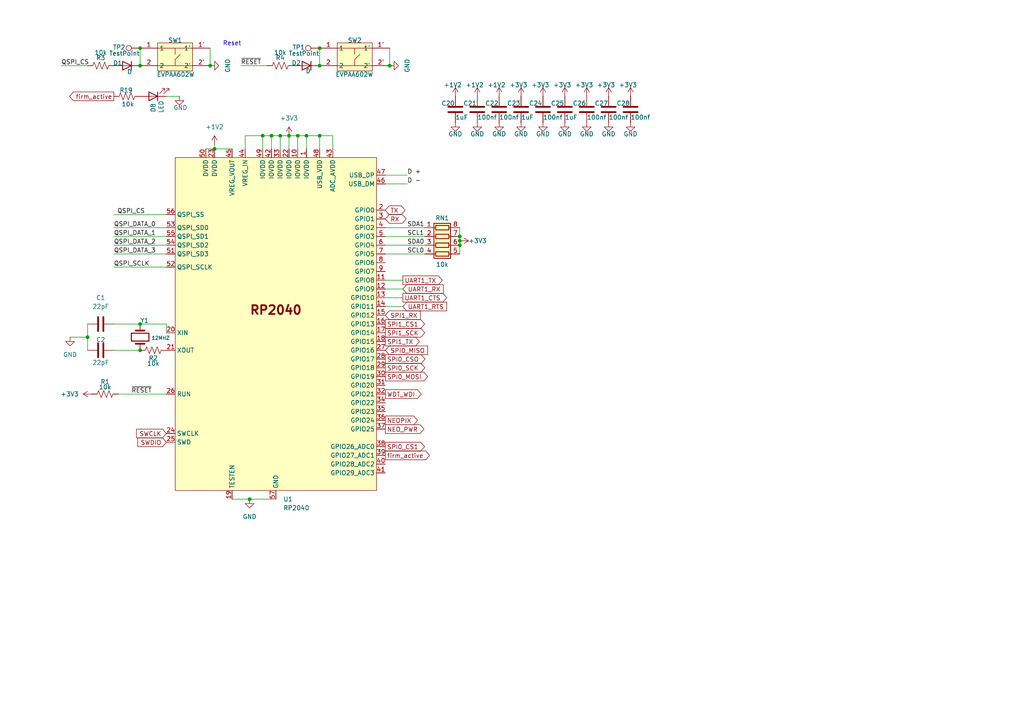
<source format=kicad_sch>
(kicad_sch (version 20250114) (generator "eeschema") (generator_version "9.0")
  (paper "A4")
  (title_block (date "2025-04-01") (rev "1") (company "Bronco Space") (comment 1 "SCALES") (comment 2 "By John Pollak"))
  (lib_symbols
    (symbol "Connector:TestPoint" (pin_numbers (hide yes)) (pin_names (offset 0.762) (hide yes))
      (property "Reference" "TP" (at 0 6.858 0))
      (property "Value" "TestPoint" (at 0 5.08 0))
      (symbol "TestPoint_0_1"
        (circle (center 0 3.302) (radius 0.762))
      )
      (symbol "TestPoint_1_1"
        (pin passive line (at 0 0 90) (length 2.54) (name "1") (number "1"))
      )
    )
    (symbol "Device:C" (pin_numbers (hide yes)) (pin_names (offset 0.254))
      (property "Reference" "C" (at 0.635 2.54 0))
      (property "Value" "C" (at 0.635 -2.54 0))
      (symbol "C_0_1"
        (polyline (pts (xy -2.032 0.762) (xy 2.032 0.762)) (stroke (width 0.508)))
        (polyline (pts (xy -2.032 -0.762) (xy 2.032 -0.762)) (stroke (width 0.508)))
      )
      (symbol "C_1_1"
        (pin passive line (at 0 3.81 270) (length 2.794) (name "~") (number "1"))
        (pin passive line (at 0 -3.81 90) (length 2.794) (name "~") (number "2"))
      )
    )
    (symbol "Device:Crystal" (pin_numbers (hide yes)) (pin_names (offset 1.016) (hide yes))
      (property "Reference" "Y" (at 0 3.81 0))
      (property "Value" "Crystal" (at 0 -3.81 0))
      (symbol "Crystal_0_1"
        (polyline (pts (xy -2.54 0) (xy -1.905 0)))
        (polyline (pts (xy -1.905 -1.27) (xy -1.905 1.27)) (stroke (width 0.508)))
        (rectangle (start -1.143 2.54) (end 1.143 -2.54) (stroke (width 0.3048)))
        (polyline (pts (xy 1.905 -1.27) (xy 1.905 1.27)) (stroke (width 0.508)))
        (polyline (pts (xy 2.54 0) (xy 1.905 0)))
      )
      (symbol "Crystal_1_1"
        (pin passive line (at -3.81 0 0) (length 1.27) (name "1") (number "1"))
        (pin passive line (at 3.81 0 180) (length 1.27) (name "2") (number "2"))
      )
    )
    (symbol "Device:D" (pin_numbers (hide yes)) (pin_names (offset 1.016) (hide yes))
      (property "Reference" "D" (at 0 2.54 0))
      (property "Value" "D" (at 0 -2.54 0))
      (symbol "D_0_1"
        (polyline (pts (xy -1.27 1.27) (xy -1.27 -1.27)) (stroke (width 0.254)))
        (polyline (pts (xy 1.27 1.27) (xy 1.27 -1.27) (xy -1.27 0) (xy 1.27 1.27)) (stroke (width 0.254)))
        (polyline (pts (xy 1.27 0) (xy -1.27 0)))
      )
      (symbol "D_1_1"
        (pin passive line (at -3.81 0 0) (length 2.54) (name "K") (number "1"))
        (pin passive line (at 3.81 0 180) (length 2.54) (name "A") (number "2"))
      )
    )
    (symbol "Device:LED" (pin_numbers (hide yes)) (pin_names (offset 1.016) (hide yes))
      (property "Reference" "D" (at 0 2.54 0))
      (property "Value" "LED" (at 0 -2.54 0))
      (symbol "LED_0_1"
        (polyline (pts (xy -3.048 -0.762) (xy -4.572 -2.286) (xy -3.81 -2.286) (xy -4.572 -2.286) (xy -4.572 -1.524)))
        (polyline (pts (xy -1.778 -0.762) (xy -3.302 -2.286) (xy -2.54 -2.286) (xy -3.302 -2.286) (xy -3.302 -1.524)))
        (polyline (pts (xy -1.27 0) (xy 1.27 0)))
        (polyline (pts (xy -1.27 -1.27) (xy -1.27 1.27)) (stroke (width 0.254)))
        (polyline (pts (xy 1.27 -1.27) (xy 1.27 1.27) (xy -1.27 0) (xy 1.27 -1.27)) (stroke (width 0.254)))
      )
      (symbol "LED_1_1"
        (pin passive line (at -3.81 0 0) (length 2.54) (name "K") (number "1"))
        (pin passive line (at 3.81 0 180) (length 2.54) (name "A") (number "2"))
      )
    )
    (symbol "Device:R_Pack04" (pin_names (offset 0) (hide yes))
      (property "Reference" "RN" (at -7.62 0 90))
      (property "Value" "R_Pack04" (at 5.08 0 90))
      (symbol "R_Pack04_0_1"
        (rectangle (start -6.35 -2.413) (end 3.81 2.413) (stroke (width 0.254)) (fill (type background)))
        (rectangle (start -5.715 1.905) (end -4.445 -1.905) (stroke (width 0.254)))
        (polyline (pts (xy -5.08 1.905) (xy -5.08 2.54)))
        (polyline (pts (xy -5.08 -2.54) (xy -5.08 -1.905)))
        (rectangle (start -3.175 1.905) (end -1.905 -1.905) (stroke (width 0.254)))
        (polyline (pts (xy -2.54 1.905) (xy -2.54 2.54)))
        (polyline (pts (xy -2.54 -2.54) (xy -2.54 -1.905)))
        (rectangle (start -0.635 1.905) (end 0.635 -1.905) (stroke (width 0.254)))
        (polyline (pts (xy 0 1.905) (xy 0 2.54)))
        (polyline (pts (xy 0 -2.54) (xy 0 -1.905)))
        (rectangle (start 1.905 1.905) (end 3.175 -1.905) (stroke (width 0.254)))
        (polyline (pts (xy 2.54 1.905) (xy 2.54 2.54)))
        (polyline (pts (xy 2.54 -2.54) (xy 2.54 -1.905)))
      )
      (symbol "R_Pack04_1_1"
        (pin passive line (at -5.08 5.08 270) (length 2.54) (name "R1.2") (number "8"))
        (pin passive line (at -5.08 -5.08 90) (length 2.54) (name "R1.1") (number "1"))
        (pin passive line (at -2.54 5.08 270) (length 2.54) (name "R2.2") (number "7"))
        (pin passive line (at -2.54 -5.08 90) (length 2.54) (name "R2.1") (number "2"))
        (pin passive line (at 0 5.08 270) (length 2.54) (name "R3.2") (number "6"))
        (pin passive line (at 0 -5.08 90) (length 2.54) (name "R3.1") (number "3"))
        (pin passive line (at 2.54 5.08 270) (length 2.54) (name "R4.2") (number "5"))
        (pin passive line (at 2.54 -5.08 90) (length 2.54) (name "R4.1") (number "4"))
      )
    )
    (symbol "Device:R_US" (pin_numbers (hide yes)) (pin_names (offset 0))
      (property "Reference" "R" (at 2.54 0 90))
      (property "Value" "R_US" (at -2.54 0 90))
      (symbol "R_US_0_1"
        (polyline (pts (xy 0 2.286) (xy 0 2.54)))
        (polyline (pts (xy 0 2.286) (xy 1.016 1.905) (xy 0 1.524) (xy -1.016 1.143) (xy 0 0.762)))
        (polyline (pts (xy 0 0.762) (xy 1.016 0.381) (xy 0 0) (xy -1.016 -0.381) (xy 0 -0.762)))
        (polyline (pts (xy 0 -0.762) (xy 1.016 -1.143) (xy 0 -1.524) (xy -1.016 -1.905) (xy 0 -2.286)))
        (polyline (pts (xy 0 -2.286) (xy 0 -2.54)))
      )
      (symbol "R_US_1_1"
        (pin passive line (at 0 3.81 270) (length 1.27) (name "~") (number "1"))
        (pin passive line (at 0 -3.81 90) (length 1.27) (name "~") (number "2"))
      )
    )
    (symbol "easyeda2kicad:EVPAA602W"
      (property "Reference" "SW" (at 0 7.62 0))
      (property "Value" "EVPAA602W" (at 0 -7.62 0))
      (symbol "EVPAA602W_0_1"
        (rectangle (start -5.08 4.06) (end 5.08 -4.06) (fill (type background)))
        (polyline (pts (xy -5.08 2.54) (xy 5.08 2.54)))
        (polyline (pts (xy -5.08 -2.54) (xy 5.08 -2.54)))
        (polyline (pts (xy 0 2.54) (xy 0 1.02) (xy 0 0.76)))
        (polyline (pts (xy 0 -2.54) (xy 0 -0.76) (xy 1.52 0.76)))
        (pin unspecified line (at -10.16 2.54 0) (length 5.08) (name "1") (number "1"))
        (pin unspecified line (at -10.16 -2.54 0) (length 5.08) (name "2") (number "2"))
        (pin unspecified line (at 10.16 2.54 180) (length 5.08) (name "1'") (number "1'"))
        (pin unspecified line (at 10.16 -2.54 180) (length 5.08) (name "2'") (number "2'"))
      )
    )
    (symbol "easyeda2kicad:RP2040"
      (property "Reference" "U1" (at 2.1433 -48.26 0))
      (property "Value" "RP2040" (at 2.1433 -50.8 0))
      (symbol "RP2040_0_1"
        (rectangle (start -29.21 50.8) (end 29.21 -45.72) (fill (type background)))
        (pin bidirectional line (at -31.75 34.29 0) (length 2.54) (name "QSPI_SS") (number "56"))
        (pin bidirectional line (at -31.75 30.48 0) (length 2.54) (name "QSPI_SD0") (number "53"))
        (pin bidirectional line (at -31.75 27.94 0) (length 2.54) (name "QSPI_SD1") (number "55"))
        (pin bidirectional line (at -31.75 25.4 0) (length 2.54) (name "QSPI_SD2") (number "54"))
        (pin bidirectional line (at -31.75 22.86 0) (length 2.54) (name "QSPI_SD3") (number "51"))
        (pin output line (at -31.75 19.05 0) (length 2.54) (name "QSPI_SCLK") (number "52"))
        (pin input line (at -31.75 0 0) (length 2.54) (name "XIN") (number "20"))
        (pin unspecified line (at -31.75 -5.08 0) (length 2.54) (name "XOUT") (number "21"))
        (pin input line (at -31.75 -17.78 0) (length 2.54) (name "RUN") (number "26"))
        (pin output line (at -31.75 -29.21 0) (length 2.54) (name "SWCLK") (number "24"))
        (pin bidirectional line (at -31.75 -31.75 0) (length 2.54) (name "SWD") (number "25"))
        (pin bidirectional line (at -20.32 53.34 270) (length 2.54) (name "DVDD") (number "50"))
        (pin bidirectional line (at -17.78 53.34 270) (length 2.54) (name "DVDD") (number "23"))
        (pin bidirectional line (at -12.7 53.34 270) (length 2.54) (name "VREG_VOUT") (number "45"))
        (pin unspecified line (at -12.7 -48.26 90) (length 2.54) (name "TESTEN") (number "19"))
        (pin bidirectional line (at -8.89 53.34 270) (length 2.54) (name "VREG_IN") (number "44"))
        (pin bidirectional line (at -3.81 53.34 270) (length 2.54) (name "IOVDD") (number "49"))
        (pin bidirectional line (at -1.27 53.34 270) (length 2.54) (name "IOVDD") (number "42"))
        (pin bidirectional line (at 0 -48.26 90) (length 2.54) (name "GND") (number "57"))
        (pin bidirectional line (at 1.27 53.34 270) (length 2.54) (name "IOVDD") (number "33"))
        (pin bidirectional line (at 3.81 53.34 270) (length 2.54) (name "IOVDD") (number "22"))
        (pin bidirectional line (at 6.35 53.34 270) (length 2.54) (name "IOVDD") (number "10"))
        (pin bidirectional line (at 8.89 53.34 270) (length 2.54) (name "IOVDD") (number "1"))
        (pin bidirectional line (at 12.7 53.34 270) (length 2.54) (name "USB_VDD") (number "48"))
        (pin bidirectional line (at 16.51 53.34 270) (length 2.54) (name "ADC_AVDD") (number "43"))
        (pin bidirectional line (at 31.75 45.72 180) (length 2.54) (name "USB_DP") (number "47"))
        (pin bidirectional line (at 31.75 43.18 180) (length 2.54) (name "USB_DM") (number "46"))
        (pin bidirectional line (at 31.75 35.56 180) (length 2.54) (name "GPIO0") (number "2"))
        (pin bidirectional line (at 31.75 33.02 180) (length 2.54) (name "GPIO1") (number "3"))
        (pin bidirectional line (at 31.75 30.48 180) (length 2.54) (name "GPIO2") (number "4"))
        (pin bidirectional line (at 31.75 27.94 180) (length 2.54) (name "GPIO3") (number "5"))
        (pin bidirectional line (at 31.75 25.4 180) (length 2.54) (name "GPIO4") (number "6"))
        (pin bidirectional line (at 31.75 22.86 180) (length 2.54) (name "GPIO5") (number "7"))
        (pin bidirectional line (at 31.75 20.32 180) (length 2.54) (name "GPIO6") (number "8"))
        (pin bidirectional line (at 31.75 17.78 180) (length 2.54) (name "GPIO7") (number "9"))
        (pin bidirectional line (at 31.75 15.24 180) (length 2.54) (name "GPIO8") (number "11"))
        (pin bidirectional line (at 31.75 12.7 180) (length 2.54) (name "GPIO9") (number "12"))
        (pin bidirectional line (at 31.75 10.16 180) (length 2.54) (name "GPIO10") (number "13"))
        (pin bidirectional line (at 31.75 7.62 180) (length 2.54) (name "GPIO11") (number "14"))
        (pin bidirectional line (at 31.75 5.08 180) (length 2.54) (name "GPIO12") (number "15"))
        (pin bidirectional line (at 31.75 2.54 180) (length 2.54) (name "GPIO13") (number "16"))
        (pin bidirectional line (at 31.75 0 180) (length 2.54) (name "GPIO14") (number "17"))
        (pin bidirectional line (at 31.75 -2.54 180) (length 2.54) (name "GPIO15") (number "18"))
        (pin bidirectional line (at 31.75 -5.08 180) (length 2.54) (name "GPIO16") (number "27"))
        (pin bidirectional line (at 31.75 -7.62 180) (length 2.54) (name "GPIO17") (number "28"))
        (pin bidirectional line (at 31.75 -10.16 180) (length 2.54) (name "GPIO18") (number "29"))
        (pin bidirectional line (at 31.75 -12.7 180) (length 2.54) (name "GPIO19") (number "30"))
        (pin bidirectional line (at 31.75 -15.24 180) (length 2.54) (name "GPIO20") (number "31"))
        (pin bidirectional line (at 31.75 -17.78 180) (length 2.54) (name "GPIO21") (number "32"))
        (pin bidirectional line (at 31.75 -20.32 180) (length 2.54) (name "GPIO22") (number "34"))
        (pin bidirectional line (at 31.75 -22.86 180) (length 2.54) (name "GPIO23") (number "35"))
        (pin bidirectional line (at 31.75 -25.4 180) (length 2.54) (name "GPIO24") (number "36"))
        (pin bidirectional line (at 31.75 -27.94 180) (length 2.54) (name "GPIO25") (number "37"))
        (pin bidirectional line (at 31.75 -33.02 180) (length 2.54) (name "GPIO26_ADC0") (number "38"))
        (pin bidirectional line (at 31.75 -35.56 180) (length 2.54) (name "GPIO27_ADC1") (number "39"))
        (pin bidirectional line (at 31.75 -38.1 180) (length 2.54) (name "GPIO28_ADC2") (number "40"))
        (pin bidirectional line (at 31.75 -40.64 180) (length 2.54) (name "GPIO29_ADC3") (number "41"))
      )
      (symbol "RP2040_1_1"
        (text "RP2040" (at 0 6.604 0) (effects (font (size 2.54 2.54) (thickness 0.508) (bold yes))))
      )
    )
    (symbol "power:+1V2" (power) (pin_numbers (hide yes)) (pin_names (offset 0) (hide yes))
      (property "Value" "+1V2" (at 0 3.556 0))
      (symbol "+1V2_0_1"
        (polyline (pts (xy -0.762 1.27) (xy 0 2.54)))
        (polyline (pts (xy 0 2.54) (xy 0.762 1.27)))
        (polyline (pts (xy 0 0) (xy 0 2.54)))
      )
      (symbol "+1V2_1_1"
        (pin power_in line (at 0 0 90) (length 0) (name "~") (number "1"))
      )
    )
    (symbol "power:+3V3" (power) (pin_numbers (hide yes)) (pin_names (offset 0) (hide yes))
      (property "Value" "+3V3" (at 0 3.556 0))
      (symbol "+3V3_0_1"
        (polyline (pts (xy -0.762 1.27) (xy 0 2.54)))
        (polyline (pts (xy 0 2.54) (xy 0.762 1.27)))
        (polyline (pts (xy 0 0) (xy 0 2.54)))
      )
      (symbol "+3V3_1_1"
        (pin power_in line (at 0 0 90) (length 0) (name "~") (number "1"))
      )
    )
    (symbol "power:GND" (power) (pin_numbers (hide yes)) (pin_names (offset 0) (hide yes))
      (property "Value" "GND" (at 0 -3.81 0))
      (symbol "GND_0_1"
        (polyline (pts (xy 0 0) (xy 0 -1.27) (xy 1.27 -1.27) (xy 0 -2.54) (xy -1.27 -1.27) (xy 0 -1.27)))
      )
      (symbol "GND_1_1"
        (pin power_in line (at 0 0 270) (length 0) (name "~") (number "1"))
      )
    )
  )
  (text "Reset" (at 67.31 12.7 0) (effects (font (size 1.27 1.27))))
  (junction (at 60.96 19.05))
  (junction (at 76.2 39.37))
  (junction (at 40.64 19.05))
  (junction (at 40.64 93.98))
  (junction (at 88.9 39.37))
  (junction (at 78.74 39.37))
  (junction (at 62.23 43.18))
  (junction (at 92.71 19.05))
  (junction (at 92.71 39.37))
  (junction (at 72.39 144.78))
  (junction (at 133.35 68.58))
  (junction (at 25.4 97.79))
  (junction (at 83.82 39.37))
  (junction (at 81.28 39.37))
  (junction (at 113.03 19.05))
  (junction (at 133.35 71.12))
  (junction (at 40.64 13.97))
  (junction (at 133.35 69.85))
  (junction (at 40.64 101.6))
  (junction (at 86.36 39.37))
  (junction (at 92.71 13.97))
  (wire (pts (xy 25.4 93.98) (xy 25.4 97.79)))
  (wire (pts (xy 78.74 39.37) (xy 78.74 43.18)))
  (wire (pts (xy 62.23 41.91) (xy 62.23 43.18)))
  (wire (pts (xy 133.35 69.85) (xy 133.35 71.12)))
  (wire (pts (xy 111.76 66.04) (xy 123.19 66.04)))
  (wire (pts (xy 48.26 96.52) (xy 48.26 93.98)))
  (wire (pts (xy 118.11 50.8) (xy 111.76 50.8)))
  (wire (pts (xy 81.28 39.37) (xy 81.28 43.18)))
  (wire (pts (xy 59.69 43.18) (xy 62.23 43.18)))
  (wire (pts (xy 116.84 86.36) (xy 111.76 86.36)))
  (wire (pts (xy 25.4 97.79) (xy 25.4 101.6)))
  (wire (pts (xy 118.11 53.34) (xy 111.76 53.34)))
  (wire (pts (xy 96.52 43.18) (xy 96.52 39.37)))
  (wire (pts (xy 133.35 66.04) (xy 133.35 68.58)))
  (wire (pts (xy 33.02 73.66) (xy 48.26 73.66)))
  (wire (pts (xy 83.82 39.37) (xy 83.82 43.18)))
  (wire (pts (xy 96.52 39.37) (xy 92.71 39.37)))
  (wire (pts (xy 81.28 39.37) (xy 83.82 39.37)))
  (wire (pts (xy 20.32 97.79) (xy 25.4 97.79)))
  (wire (pts (xy 71.12 39.37) (xy 76.2 39.37)))
  (wire (pts (xy 62.23 43.18) (xy 67.31 43.18)))
  (wire (pts (xy 33.02 68.58) (xy 48.26 68.58)))
  (wire (pts (xy 92.71 43.18) (xy 92.71 39.37)))
  (wire (pts (xy 40.64 19.05) (xy 40.64 13.97)))
  (wire (pts (xy 33.02 71.12) (xy 48.26 71.12)))
  (wire (pts (xy 88.9 39.37) (xy 86.36 39.37)))
  (wire (pts (xy 116.84 88.9) (xy 111.76 88.9)))
  (wire (pts (xy 92.71 39.37) (xy 88.9 39.37)))
  (wire (pts (xy 33.02 66.04) (xy 48.26 66.04)))
  (wire (pts (xy 72.39 144.78) (xy 80.01 144.78)))
  (wire (pts (xy 111.76 71.12) (xy 123.19 71.12)))
  (wire (pts (xy 78.74 39.37) (xy 81.28 39.37)))
  (wire (pts (xy 33.02 77.47) (xy 48.26 77.47)))
  (wire (pts (xy 34.29 114.3) (xy 48.26 114.3)))
  (wire (pts (xy 111.76 68.58) (xy 123.19 68.58)))
  (wire (pts (xy 60.96 19.05) (xy 60.96 13.97)))
  (wire (pts (xy 71.12 43.18) (xy 71.12 39.37)))
  (wire (pts (xy 133.35 71.12) (xy 133.35 73.66)))
  (wire (pts (xy 133.35 68.58) (xy 133.35 69.85)))
  (wire (pts (xy 76.2 39.37) (xy 78.74 39.37)))
  (wire (pts (xy 86.36 39.37) (xy 83.82 39.37)))
  (wire (pts (xy 76.2 39.37) (xy 76.2 43.18)))
  (wire (pts (xy 17.78 19.05) (xy 25.4 19.05)))
  (wire (pts (xy 33.02 62.23) (xy 48.26 62.23)))
  (wire (pts (xy 52.07 27.94) (xy 48.26 27.94)))
  (wire (pts (xy 33.02 101.6) (xy 40.64 101.6)))
  (wire (pts (xy 116.84 83.82) (xy 111.76 83.82)))
  (wire (pts (xy 111.76 73.66) (xy 123.19 73.66)))
  (wire (pts (xy 116.84 81.28) (xy 111.76 81.28)))
  (wire (pts (xy 86.36 43.18) (xy 86.36 39.37)))
  (wire (pts (xy 92.71 19.05) (xy 92.71 13.97)))
  (wire (pts (xy 48.26 93.98) (xy 40.64 93.98)))
  (wire (pts (xy 67.31 144.78) (xy 72.39 144.78)))
  (wire (pts (xy 113.03 19.05) (xy 113.03 13.97)))
  (wire (pts (xy 69.85 19.05) (xy 77.47 19.05)))
  (wire (pts (xy 33.02 93.98) (xy 40.64 93.98)))
  (wire (pts (xy 88.9 43.18) (xy 88.9 39.37)))
  (label "QSPI_DATA_0" (at 33.02 66.04 0))
  (label "SDA0" (at 118.11 71.12 0))
  (label "QSPI_DATA_3" (at 33.02 73.66 0))
  (label "D -" (at 118.11 53.34 0))
  (label "~{RESET}" (at 69.85 19.05 0))
  (label "QSPI_CS" (at 17.78 19.05 0))
  (label "QSPI_DATA_1" (at 33.02 68.58 0))
  (label "SCL1" (at 118.11 68.58 0))
  (label " QSPI_CS" (at 33.02 62.23 0))
  (label "D +" (at 118.11 50.8 0))
  (label "~{RESET}" (at 38.1 114.3 0))
  (label "SDA1" (at 118.11 66.04 0))
  (label "QSPI_SCLK" (at 33.02 77.47 0))
  (label "QSPI_DATA_2" (at 33.02 71.12 0))
  (label "SCL0" (at 118.11 73.66 0))
  (global_label "SPI0_MOSI" (shape output) (at 111.76 109.22 0) (property "Intersheetrefs" "${INTERSHEET_REFS}" (effects (hide yes))))
  (global_label "SPI0_MISO" (shape input) (at 111.76 101.6 0) (property "Intersheetrefs" "${INTERSHEET_REFS}" (effects (hide yes))))
  (global_label "SPI1_TX" (shape output) (at 111.76 99.06 0) (property "Intersheetrefs" "${INTERSHEET_REFS}" (effects (hide yes))))
  (global_label "SPI1_RX" (shape input) (at 111.76 91.44 0) (property "Intersheetrefs" "${INTERSHEET_REFS}" (effects (hide yes))))
  (global_label "SWCLK" (shape input) (at 48.26 125.73 180) (property "Intersheetrefs" "${INTERSHEET_REFS}" (effects (hide yes))))
  (global_label "firm_active" (shape output) (at 33.02 27.94 180) (property "Intersheetrefs" "${INTERSHEET_REFS}" (effects (hide yes))))
  (global_label "UART1_RX" (shape input) (at 116.84 83.82 0) (property "Intersheetrefs" "${INTERSHEET_REFS}" (effects (hide yes))))
  (global_label "TX" (shape bidirectional) (at 111.76 60.96 0) (property "Intersheetrefs" "${INTERSHEET_REFS}" (effects (hide yes))))
  (global_label "firm_active" (shape output) (at 111.76 132.08 0) (property "Intersheetrefs" "${INTERSHEET_REFS}" (effects (hide yes))))
  (global_label "SPI0_SCK" (shape output) (at 111.76 106.68 0) (property "Intersheetrefs" "${INTERSHEET_REFS}" (effects (hide yes))))
  (global_label "SPI1_SCK" (shape output) (at 111.76 96.52 0) (property "Intersheetrefs" "${INTERSHEET_REFS}" (effects (hide yes))))
  (global_label "WDT_WDI" (shape output) (at 111.76 114.3 0) (property "Intersheetrefs" "${INTERSHEET_REFS}" (effects (hide yes))))
  (global_label "NEOPIX" (shape output) (at 111.76 121.92 0) (property "Intersheetrefs" "${INTERSHEET_REFS}" (effects (hide yes))))
  (global_label "UART1_CTS" (shape output) (at 116.84 86.36 0) (property "Intersheetrefs" "${INTERSHEET_REFS}" (effects (hide yes))))
  (global_label "SPI0_CSO" (shape output) (at 111.76 104.14 0) (property "Intersheetrefs" "${INTERSHEET_REFS}" (effects (hide yes))))
  (global_label "SPI0_CS1" (shape output) (at 111.76 129.54 0) (property "Intersheetrefs" "${INTERSHEET_REFS}" (effects (hide yes))))
  (global_label "SWDIO" (shape input) (at 48.26 128.27 180) (property "Intersheetrefs" "${INTERSHEET_REFS}" (effects (hide yes))))
  (global_label "SPI1_CS1" (shape output) (at 111.76 93.98 0) (property "Intersheetrefs" "${INTERSHEET_REFS}" (effects (hide yes))))
  (global_label "RX" (shape bidirectional) (at 111.76 63.5 0) (property "Intersheetrefs" "${INTERSHEET_REFS}" (effects (hide yes))))
  (global_label "NEO_PWR" (shape output) (at 111.76 124.46 0) (property "Intersheetrefs" "${INTERSHEET_REFS}" (effects (hide yes))))
  (global_label "UART1_TX" (shape output) (at 116.84 81.28 0) (property "Intersheetrefs" "${INTERSHEET_REFS}" (effects (hide yes))))
  (global_label "UART1_RTS" (shape input) (at 116.84 88.9 0) (property "Intersheetrefs" "${INTERSHEET_REFS}" (effects (hide yes))))
  (symbol (lib_id "power:GND") (at 157.48 35.56 0) (unit 1)
    (property "Reference" "#PWR049" (effects (hide yes)))
    (property "Value" "GND" (at 157.48 38.862 0))
    (property "Description" "Power symbol creates a global label with name \"GND\" , ground" (effects (hide yes)))
  )
  (symbol (lib_id "power:GND") (at 60.96 19.05 90) (unit 1)
    (property "Reference" "#PWR05" (effects (hide yes)))
    (property "Value" "GND" (at 66.04 19.05 0))
    (property "Description" "Power symbol creates a global label with name \"GND\" , ground" (effects (hide yes)))
  )
  (symbol (lib_id "Device:R_US") (at 81.28 19.05 270) (unit 1)
    (property "Reference" "R4" (at 81.28 16.764 90))
    (property "Value" "10k" (at 81.28 15.24 90))
    (property "Footprint" "Resistor_SMD:R_0603_1608Metric" (effects (hide yes)))
    (property "Description" "Resistor, US symbol" (effects (hide yes)))
  )
  (symbol (lib_id "power:GND") (at 72.39 144.78 0) (unit 1)
    (property "Reference" "#PWR02" (effects (hide yes)))
    (property "Value" "GND" (at 72.39 149.86 0))
    (property "Description" "Power symbol creates a global label with name \"GND\" , ground" (effects (hide yes)))
  )
  (symbol (lib_id "power:+1V2") (at 62.23 41.91 0) (unit 1)
    (property "Reference" "#PWR04" (effects (hide yes)))
    (property "Value" "+1V2" (at 62.23 36.83 0))
    (property "Description" "Power symbol creates a global label with name \"+1V2\"" (effects (hide yes)))
  )
  (symbol (lib_id "power:+1V2") (at 144.78 27.94 0) (unit 1)
    (property "Reference" "#PWR056" (effects (hide yes)))
    (property "Value" "+1V2" (at 144.018 24.638 0))
    (property "Description" "Power symbol creates a global label with name \"+1V2\"" (effects (hide yes)))
  )
  (symbol (lib_id "power:+1V2") (at 132.08 27.94 0) (unit 1)
    (property "Reference" "#PWR054" (effects (hide yes)))
    (property "Value" "+1V2" (at 131.318 24.638 0))
    (property "Description" "Power symbol creates a global label with name \"+1V2\"" (effects (hide yes)))
  )
  (symbol (lib_id "Device:C") (at 138.43 31.75 180) (unit 1)
    (property "Reference" "C21" (at 134.366 29.972 0) (effects (justify right)))
    (property "Value" "100nf" (at 138.43 34.036 0) (effects (justify right)))
    (property "Footprint" "Capacitor_SMD:C_0402_1005Metric" (effects (hide yes)))
    (property "Description" "Unpolarized capacitor" (effects (hide yes)))
  )
  (symbol (lib_id "Device:R_US") (at 44.45 101.6 90) (unit 1)
    (property "Reference" "R2" (at 44.45 103.886 90))
    (property "Value" "10k" (at 44.45 105.41 90))
    (property "Footprint" "Resistor_SMD:R_0603_1608Metric" (effects (hide yes)))
    (property "Description" "Resistor, US symbol" (effects (hide yes)))
  )
  (symbol (lib_id "power:+1V2") (at 138.43 27.94 0) (unit 1)
    (property "Reference" "#PWR055" (effects (hide yes)))
    (property "Value" "+1V2" (at 137.668 24.638 0))
    (property "Description" "Power symbol creates a global label with name \"+1V2\"" (effects (hide yes)))
  )
  (symbol (lib_id "power:+3V3") (at 83.82 39.37 0) (unit 1)
    (property "Reference" "#PWR06" (effects (hide yes)))
    (property "Value" "+3V3" (at 83.82 34.29 0))
    (property "Description" "Power symbol creates a global label with name \"+3V3\"" (effects (hide yes)))
  )
  (symbol (lib_id "power:+3V3") (at 157.48 27.94 0) (unit 1)
    (property "Reference" "#PWR058" (effects (hide yes)))
    (property "Value" "+3V3" (at 156.718 24.638 0))
    (property "Description" "Power symbol creates a global label with name \"+3V3\"" (effects (hide yes)))
  )
  (symbol (lib_id "Device:D") (at 36.83 19.05 180) (unit 1)
    (property "Reference" "D1" (at 32.766 18.288 0) (effects (justify right)))
    (property "Value" "D" (at 36.83 20.828 0) (effects (justify right)))
    (property "Footprint" "Diode_SMD:D_SOD-323F" (effects (hide yes)))
    (property "Description" "Diode" (effects (hide yes)))
    (property "Sim.Device" "D" (effects (hide yes)))
    (property "Sim.Pins" "1=K 2=A" (effects (hide yes)))
  )
  (symbol (lib_id "Device:C") (at 163.83 31.75 180) (unit 1)
    (property "Reference" "C25" (at 159.766 29.972 0) (effects (justify right)))
    (property "Value" "1uF" (at 163.83 34.036 0) (effects (justify right)))
    (property "Footprint" "Capacitor_SMD:C_0402_1005Metric" (effects (hide yes)))
    (property "Description" "Unpolarized capacitor" (effects (hide yes)))
  )
  (symbol (lib_id "power:GND") (at 138.43 35.56 0) (unit 1)
    (property "Reference" "#PWR024" (effects (hide yes)))
    (property "Value" "GND" (at 138.43 38.862 0))
    (property "Description" "Power symbol creates a global label with name \"GND\" , ground" (effects (hide yes)))
  )
  (symbol (lib_id "easyeda2kicad:RP2040") (at 80.01 96.52 0) (unit 1)
    (property "Reference" "U1" (at 82.1533 144.78 0) (effects (justify left)))
    (property "Value" "RP2040" (at 82.1533 147.32 0) (effects (justify left)))
    (property "Footprint" "easyeda2kicad:LQFN-56_L7.0-W7.0-P0.4-EP" (effects (hide yes)))
    (property "Datasheet" "https://jlcpcb.com/partdetail/RaspberryPi-RP2040/C2040" (effects (hide yes)))
    (property "LCSC Part" "C2040" (effects (hide yes)))
  )
  (symbol (lib_id "Device:C") (at 170.18 31.75 180) (unit 1)
    (property "Reference" "C26" (at 166.116 29.972 0) (effects (justify right)))
    (property "Value" "100nf" (at 170.18 34.036 0) (effects (justify right)))
    (property "Footprint" "Capacitor_SMD:C_0402_1005Metric" (effects (hide yes)))
    (property "Description" "Unpolarized capacitor" (effects (hide yes)))
  )
  (symbol (lib_id "power:GND") (at 132.08 35.56 0) (unit 1)
    (property "Reference" "#PWR021" (effects (hide yes)))
    (property "Value" "GND" (at 132.08 38.862 0))
    (property "Description" "Power symbol creates a global label with name \"GND\" , ground" (effects (hide yes)))
  )
  (symbol (lib_id "Connector:TestPoint") (at 40.64 13.97 90) (unit 1)
    (property "Reference" "TP2" (at 34.544 13.716 90))
    (property "Value" "TestPoint" (at 36.068 15.494 90))
    (property "Description" "test point" (effects (hide yes)))
  )
  (symbol (lib_id "power:GND") (at 113.03 19.05 90) (unit 1)
    (property "Reference" "#PWR08" (effects (hide yes)))
    (property "Value" "GND" (at 118.11 19.05 0))
    (property "Description" "Power symbol creates a global label with name \"GND\" , ground" (effects (hide yes)))
  )
  (symbol (lib_id "Device:R_US") (at 30.48 114.3 90) (unit 1)
    (property "Reference" "R1" (at 30.48 110.744 90))
    (property "Value" "10k" (at 30.48 112.268 90))
    (property "Footprint" "Resistor_SMD:R_0603_1608Metric" (effects (hide yes)))
    (property "Description" "Resistor, US symbol" (effects (hide yes)))
  )
  (symbol (lib_id "power:+3V3") (at 182.88 27.94 0) (unit 1)
    (property "Reference" "#PWR062" (effects (hide yes)))
    (property "Value" "+3V3" (at 182.118 24.638 0))
    (property "Description" "Power symbol creates a global label with name \"+3V3\"" (effects (hide yes)))
  )
  (symbol (lib_id "power:+3V3") (at 151.13 27.94 0) (unit 1)
    (property "Reference" "#PWR057" (effects (hide yes)))
    (property "Value" "+3V3" (at 150.368 24.638 0))
    (property "Description" "Power symbol creates a global label with name \"+3V3\"" (effects (hide yes)))
  )
  (symbol (lib_id "power:+3V3") (at 133.35 69.85 270) (unit 1)
    (property "Reference" "#PWR07" (effects (hide yes)))
    (property "Value" "+3V3" (at 135.89 69.85 90) (effects (justify left)))
    (property "Description" "Power symbol creates a global label with name \"+3V3\"" (effects (hide yes)))
  )
  (symbol (lib_id "power:GND") (at 144.78 35.56 0) (unit 1)
    (property "Reference" "#PWR025" (effects (hide yes)))
    (property "Value" "GND" (at 144.78 38.862 0))
    (property "Description" "Power symbol creates a global label with name \"GND\" , ground" (effects (hide yes)))
  )
  (symbol (lib_id "power:GND") (at 20.32 97.79 0) (unit 1)
    (property "Reference" "#PWR03" (effects (hide yes)))
    (property "Value" "GND" (at 20.32 102.87 0))
    (property "Description" "Power symbol creates a global label with name \"GND\" , ground" (effects (hide yes)))
  )
  (symbol (lib_id "Device:C") (at 132.08 31.75 180) (unit 1)
    (property "Reference" "C20" (at 128.016 29.972 0) (effects (justify right)))
    (property "Value" "1uF" (at 132.08 34.036 0) (effects (justify right)))
    (property "Footprint" "Capacitor_SMD:C_0402_1005Metric" (effects (hide yes)))
    (property "Description" "Unpolarized capacitor" (effects (hide yes)))
  )
  (symbol (lib_id "power:+3V3") (at 163.83 27.94 0) (unit 1)
    (property "Reference" "#PWR059" (effects (hide yes)))
    (property "Value" "+3V3" (at 163.068 24.638 0))
    (property "Description" "Power symbol creates a global label with name \"+3V3\"" (effects (hide yes)))
  )
  (symbol (lib_id "Device:R_Pack04") (at 128.27 71.12 270) (unit 1)
    (property "Reference" "RN1" (at 128.27 63.246 90))
    (property "Value" "10k" (at 128.27 76.708 90))
    (property "Footprint" "Resistor_SMD:R_Array_Convex_4x0603" (effects (hide yes)))
    (property "Description" "4 resistor network, parallel topology" (effects (hide yes)))
  )
  (symbol (lib_id "power:GND") (at 182.88 35.56 0) (unit 1)
    (property "Reference" "#PWR053" (effects (hide yes)))
    (property "Value" "GND" (at 182.88 38.862 0))
    (property "Description" "Power symbol creates a global label with name \"GND\" , ground" (effects (hide yes)))
  )
  (symbol (lib_id "power:GND") (at 52.07 27.94 0) (unit 1)
    (property "Reference" "#PWR070" (effects (hide yes)))
    (property "Value" "GND" (at 52.324 31.242 0))
    (property "Description" "Power symbol creates a global label with name \"GND\" , ground" (effects (hide yes)))
  )
  (symbol (lib_id "easyeda2kicad:EVPAA602W") (at 50.8 16.51 0) (unit 1)
    (property "Reference" "SW1" (at 48.768 11.684 0) (effects (justify left)))
    (property "Value" "EVPAA602W" (at 45.466 21.59 0) (effects (justify left)))
    (property "Footprint" "easyeda2kicad:KEY-TH_4P-L3.5-W4.9-P2.80-LS4.3" (effects (hide yes)))
    (property "Datasheet" "https://lcsc.com/product-detail/Tactile-Switches_PANASONIC_EVPAA602W_Switch-3-5-2-9-1-7Plastic-head-3-5N-0-15mm-SMD_C79148.html" (effects (hide yes)))
    (property "LCSC Part" "C79148" (effects (hide yes)))
  )
  (symbol (lib_id "power:GND") (at 163.83 35.56 0) (unit 1)
    (property "Reference" "#PWR050" (effects (hide yes)))
    (property "Value" "GND" (at 163.83 38.862 0))
    (property "Description" "Power symbol creates a global label with name \"GND\" , ground" (effects (hide yes)))
  )
  (symbol (lib_id "power:+3V3") (at 170.18 27.94 0) (unit 1)
    (property "Reference" "#PWR060" (effects (hide yes)))
    (property "Value" "+3V3" (at 169.418 24.638 0))
    (property "Description" "Power symbol creates a global label with name \"+3V3\"" (effects (hide yes)))
  )
  (symbol (lib_id "Device:C") (at 182.88 31.75 180) (unit 1)
    (property "Reference" "C28" (at 178.816 29.972 0) (effects (justify right)))
    (property "Value" "100nf" (at 182.88 34.036 0) (effects (justify right)))
    (property "Footprint" "Capacitor_SMD:C_0402_1005Metric" (effects (hide yes)))
    (property "Description" "Unpolarized capacitor" (effects (hide yes)))
  )
  (symbol (lib_id "power:+3V3") (at 26.67 114.3 90) (unit 1)
    (property "Reference" "#PWR01" (effects (hide yes)))
    (property "Value" "+3V3" (at 22.86 114.2999 90) (effects (justify left)))
    (property "Description" "Power symbol creates a global label with name \"+3V3\"" (effects (hide yes)))
  )
  (symbol (lib_id "Device:LED") (at 44.45 27.94 180) (unit 1)
    (property "Reference" "D8" (at 44.45 31.242 90))
    (property "Value" "LED" (at 46.736 30.988 90))
    (property "Footprint" "LED_SMD:LED_0603_1608Metric" (effects (hide yes)))
    (property "Description" "Light emitting diode" (effects (hide yes)))
    (property "Sim.Pins" "1=K 2=A" (effects (hide yes)))
  )
  (symbol (lib_id "Device:C") (at 176.53 31.75 180) (unit 1)
    (property "Reference" "C27" (at 172.466 29.972 0) (effects (justify right)))
    (property "Value" "100nf" (at 176.53 34.036 0) (effects (justify right)))
    (property "Footprint" "Capacitor_SMD:C_0402_1005Metric" (effects (hide yes)))
    (property "Description" "Unpolarized capacitor" (effects (hide yes)))
  )
  (symbol (lib_id "easyeda2kicad:EVPAA602W") (at 102.87 16.51 0) (unit 1)
    (property "Reference" "SW2" (at 100.838 11.684 0) (effects (justify left)))
    (property "Value" "EVPAA602W" (at 97.282 21.59 0) (effects (justify left)))
    (property "Footprint" "easyeda2kicad:KEY-TH_4P-L3.5-W4.9-P2.80-LS4.3" (effects (hide yes)))
    (property "Datasheet" "https://lcsc.com/product-detail/Tactile-Switches_PANASONIC_EVPAA602W_Switch-3-5-2-9-1-7Plastic-head-3-5N-0-15mm-SMD_C79148.html" (effects (hide yes)))
    (property "LCSC Part" "C79148" (effects (hide yes)))
  )
  (symbol (lib_id "Device:C") (at 157.48 31.75 180) (unit 1)
    (property "Reference" "C24" (at 153.416 29.972 0) (effects (justify right)))
    (property "Value" "100nf" (at 157.48 34.036 0) (effects (justify right)))
    (property "Footprint" "Capacitor_SMD:C_0402_1005Metric" (effects (hide yes)))
    (property "Description" "Unpolarized capacitor" (effects (hide yes)))
  )
  (symbol (lib_id "Device:R_US") (at 29.21 19.05 270) (unit 1)
    (property "Reference" "R3" (at 29.21 16.764 90))
    (property "Value" "10k" (at 29.21 15.24 90))
    (property "Footprint" "Resistor_SMD:R_0603_1608Metric" (effects (hide yes)))
    (property "Description" "Resistor, US symbol" (effects (hide yes)))
  )
  (symbol (lib_id "Device:C") (at 151.13 31.75 180) (unit 1)
    (property "Reference" "C23" (at 147.066 29.972 0) (effects (justify right)))
    (property "Value" "1uF" (at 151.13 34.036 0) (effects (justify right)))
    (property "Footprint" "Capacitor_SMD:C_0402_1005Metric" (effects (hide yes)))
    (property "Description" "Unpolarized capacitor" (effects (hide yes)))
  )
  (symbol (lib_id "power:GND") (at 170.18 35.56 0) (unit 1)
    (property "Reference" "#PWR051" (effects (hide yes)))
    (property "Value" "GND" (at 170.18 38.862 0))
    (property "Description" "Power symbol creates a global label with name \"GND\" , ground" (effects (hide yes)))
  )
  (symbol (lib_id "Device:C") (at 29.21 93.98 90) (unit 1)
    (property "Reference" "C1" (at 29.21 86.36 90))
    (property "Value" "22pF" (at 29.21 88.9 90))
    (property "Footprint" "Capacitor_SMD:C_0402_1005Metric" (effects (hide yes)))
    (property "Description" "Unpolarized capacitor" (effects (hide yes)))
  )
  (symbol (lib_id "Device:C") (at 29.21 101.6 90) (unit 1)
    (property "Reference" "C2" (at 29.21 98.552 90))
    (property "Value" "22pF" (at 29.21 105.156 90))
    (property "Footprint" "Capacitor_SMD:C_0402_1005Metric" (effects (hide yes)))
    (property "Description" "Unpolarized capacitor" (effects (hide yes)))
  )
  (symbol (lib_id "power:GND") (at 176.53 35.56 0) (unit 1)
    (property "Reference" "#PWR052" (effects (hide yes)))
    (property "Value" "GND" (at 176.53 38.862 0))
    (property "Description" "Power symbol creates a global label with name \"GND\" , ground" (effects (hide yes)))
  )
  (symbol (lib_id "Device:Crystal") (at 40.64 97.79 90) (unit 1)
    (property "Reference" "Y1" (at 40.64 92.964 90) (effects (justify right)))
    (property "Value" "12MHZ" (at 43.942 98.044 90) (effects (font (size 1.016 1.016)) (justify right)))
    (property "Footprint" "Crystal:Crystal_SMD_2012-2Pin_2.0x1.2mm" (effects (hide yes)))
    (property "Description" "Two pin crystal" (effects (hide yes)))
  )
  (symbol (lib_id "Device:C") (at 144.78 31.75 180) (unit 1)
    (property "Reference" "C22" (at 140.716 29.972 0) (effects (justify right)))
    (property "Value" "100nf" (at 144.78 34.036 0) (effects (justify right)))
    (property "Footprint" "Capacitor_SMD:C_0402_1005Metric" (effects (hide yes)))
    (property "Description" "Unpolarized capacitor" (effects (hide yes)))
  )
  (symbol (lib_id "Device:R_US") (at 36.83 27.94 270) (unit 1)
    (property "Reference" "R19" (at 36.576 26.162 90))
    (property "Value" "10k" (at 37.084 30.226 90))
    (property "Footprint" "Resistor_SMD:R_0603_1608Metric" (effects (hide yes)))
    (property "Description" "Resistor, US symbol" (effects (hide yes)))
  )
  (symbol (lib_id "power:GND") (at 151.13 35.56 0) (unit 1)
    (property "Reference" "#PWR048" (effects (hide yes)))
    (property "Value" "GND" (at 151.13 38.862 0))
    (property "Description" "Power symbol creates a global label with name \"GND\" , ground" (effects (hide yes)))
  )
  (symbol (lib_id "Device:D") (at 88.9 19.05 180) (unit 1)
    (property "Reference" "D2" (at 84.582 18.288 0) (effects (justify right)))
    (property "Value" "D" (at 88.646 20.574 0) (effects (justify right)))
    (property "Footprint" "Diode_SMD:D_SOD-323F" (effects (hide yes)))
    (property "Description" "Diode" (effects (hide yes)))
    (property "Sim.Device" "D" (effects (hide yes)))
    (property "Sim.Pins" "1=K 2=A" (effects (hide yes)))
  )
  (symbol (lib_id "Connector:TestPoint") (at 92.71 13.97 90) (unit 1)
    (property "Reference" "TP1" (at 86.614 13.716 90))
    (property "Value" "TestPoint" (at 88.138 15.494 90))
    (property "Description" "test point" (effects (hide yes)))
  )
  (symbol (lib_id "power:+3V3") (at 176.53 27.94 0) (unit 1)
    (property "Reference" "#PWR061" (effects (hide yes)))
    (property "Value" "+3V3" (at 175.768 24.638 0))
    (property "Description" "Power symbol creates a global label with name \"+3V3\"" (effects (hide yes)))
  )
)
</source>
